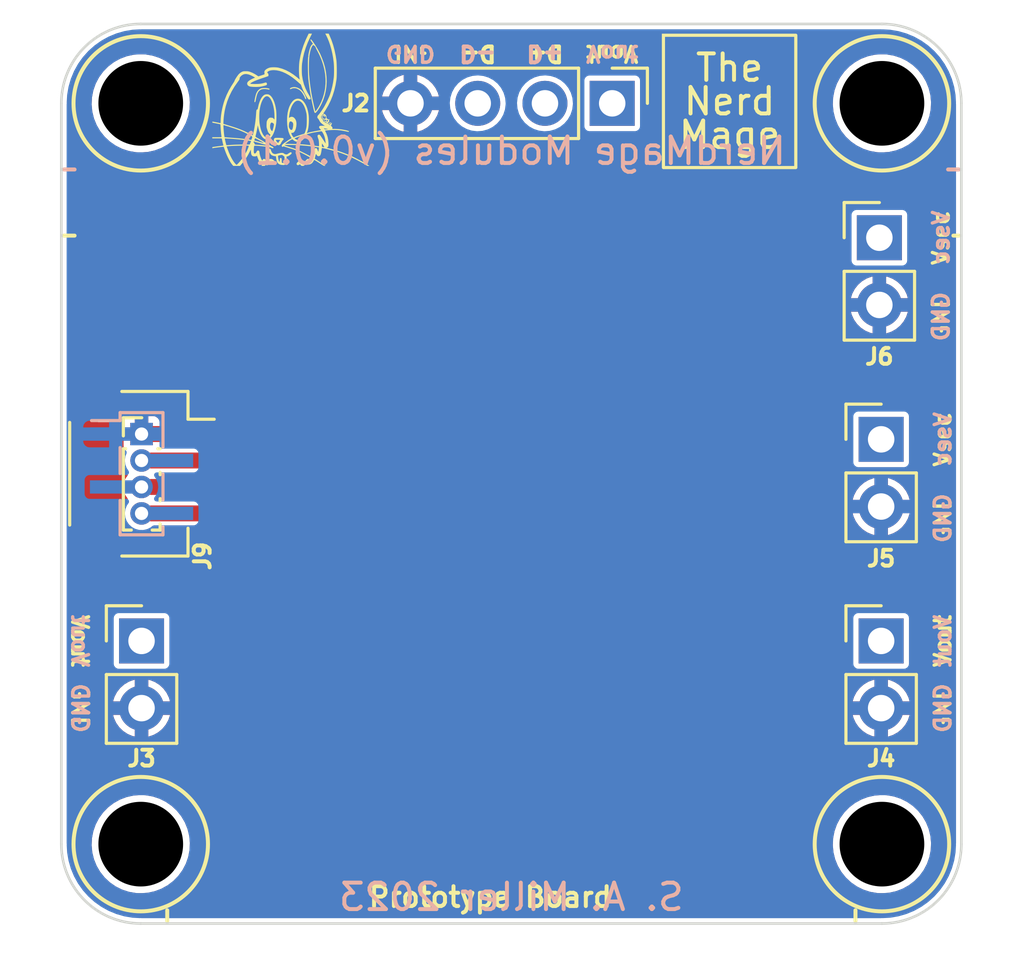
<source format=kicad_pcb>
(kicad_pcb (version 20211014) (generator pcbnew)
  (title_block (title "Prototype Board") (rev "0.0.1") (company "The Nerd Mage"))
  (layers (0 "F.Cu" signal) (31 "B.Cu" signal) (34 "B.Paste" user) (35 "F.Paste" user) (36 "B.SilkS" user "B.Silkscreen") (37 "F.SilkS" user "F.Silkscreen") (38 "B.Mask" user) (39 "F.Mask" user) (44 "Edge.Cuts" user))
  (net 0 "")
  (net 1 "UD+")
  (net 2 "UD-")
  (net 3 "GND")
  (net 4 "Vout")
  (net 9 "SDA")
  (net 10 "SCL")
  (net 11 "Vcc?")
  (footprint "Tinker:Mount" (layer "F.Cu") (at 114 101)
    (fp_text reference "REF**" hide)
    (fp_text value "Mount" hide)
    (pad "" np_thru_hole circle (at 0 0) (size 3.2 3.2) (drill 3.2) (layers *.Mask))
  )
  (footprint "Tinker:QWIIC_Stackable" (layer "F.Cu") (at 86.03 87 -90)
    (fp_text reference "J9" (at 3.11 -2.302553 90) (layer "F.SilkS") (effects (font (size 0.6 0.6))))
    (fp_text value "QWIIC_Stackable" hide)
    (pad "1" smd rect (at -1.5 0.975) (size 1.95 0.5) (layers "B.Cu" "B.Paste" "B.Mask") (net 3 "GND"))
    (pad "1" smd roundrect (at -1.5 -1.47 270) (size 0.6 2.55) (layers "F.Cu" "F.Paste" "F.Mask") (net 3 "GND"))
    (pad "1" thru_hole rect (at -1.5 0) (size 0.85 0.85) (drill 0.5) (layers *.Cu *.Mask) (net 3 "GND"))
    (pad "2" thru_hole oval (at -0.5 0) (size 0.85 0.85) (drill 0.5) (layers *.Cu *.Mask) (net 11 "Vcc?"))
    (pad "2" smd rect (at -0.5 -0.975) (size 1.95 0.5) (layers "B.Cu" "B.Paste" "B.Mask") (net 11 "Vcc?"))
    (pad "2" smd roundrect (at -0.5 -1.47 270) (size 0.6 2.55) (layers "F.Cu" "F.Paste" "F.Mask") (net 11 "Vcc?"))
    (pad "3" thru_hole oval (at 0.5 0) (size 0.85 0.85) (drill 0.5) (layers *.Cu *.Mask) (net 9 "SDA"))
    (pad "3" smd roundrect (at 0.5 -1.47 270) (size 0.6 2.55) (layers "F.Cu" "F.Paste" "F.Mask") (net 9 "SDA"))
    (pad "3" smd rect (at 0.5 0.975) (size 1.95 0.5) (layers "B.Cu" "B.Paste" "B.Mask") (net 9 "SDA"))
    (pad "4" smd roundrect (at 1.5 -1.47 270) (size 0.6 2.55) (layers "F.Cu" "F.Paste" "F.Mask") (net 10 "SCL"))
    (pad "4" smd rect (at 1.5 -0.975) (size 1.95 0.5) (layers "B.Cu" "B.Paste" "B.Mask") (net 10 "SCL"))
    (pad "4" thru_hole oval (at 1.5 0) (size 0.85 0.85) (drill 0.5) (layers *.Cu *.Mask) (net 10 "SCL"))
    (pad "MP" smd roundrect (at -2.8 1.905 270) (size 1.2 1.8) (layers "F.Cu" "F.Paste" "F.Mask") (roundrect_rratio 0.208333) (net 3 "GND"))
    (pad "MP" smd roundrect (at 2.8 1.905 270) (size 1.2 1.8) (layers "F.Cu" "F.Paste" "F.Mask") (roundrect_rratio 0.208333) (net 3 "GND"))
  )
  (footprint "Tinker:Mount" (layer "F.Cu") (at 86 101)
    (fp_text reference "REF**" hide)
    (fp_text value "Mount" hide)
    (pad "" np_thru_hole circle (at 0 0) (size 3.2 3.2) (drill 3.2) (layers *.Mask))
  )
  (footprint "Tinker:DagNabbit" (layer "F.Cu") (at 91.4 73.5)
    (fp_text reference "REF**" hide)
    (fp_text value "DagNabbit" hide)
  )
  (footprint "Tinker:PinHeader_1x02_P2.54mm_Vertical" (layer "F.Cu") (at 113.97 93.32)
    (fp_text reference "J4" (at 0 4.44169) (layer "F.SilkS") (effects (font (size 0.6 0.6))))
    (fp_text value "Conn_01x02_Male" hide)
    (pad "1" thru_hole rect (at 0 0) (size 1.7 1.7) (drill 1) (layers *.Cu *.Mask))
    (pad "2" thru_hole oval (at 0 2.54) (size 1.7 1.7) (drill 1) (layers *.Cu *.Mask) (net 3 "GND"))
  )
  (footprint "Tinker:Mount" (layer "F.Cu") (at 114 73)
    (fp_text reference "REF**" hide)
    (fp_text value "Mount" hide)
    (pad "" np_thru_hole circle (at 0 0) (size 3.2 3.2) (drill 3.2) (layers *.Mask))
  )
  (footprint "Tinker:NerdMage" (layer "F.Cu") (at 108.245525 72.927201)
    (fp_text reference "REF**" hide)
    (fp_text value "NerdMage" hide)
    (fp_text user "Nerd" (at 0 0 unlocked) (layer "F.SilkS"))
    (fp_text user "Mage" (at 0 1.27 unlocked) (layer "F.SilkS"))
    (fp_text user "The" (at 0 -1.27 unlocked) (layer "F.SilkS"))
  )
  (footprint "Tinker:PinHeader_1x02_P2.54mm_Vertical" (layer "F.Cu") (at 86.03 93.32)
    (fp_text reference "J3" (at 0 4.44169) (layer "F.SilkS") (effects (font (size 0.6 0.6))))
    (fp_text value "Conn_01x02_Male" hide)
    (pad "1" thru_hole rect (at 0 0) (size 1.7 1.7) (drill 1) (layers *.Cu *.Mask))
    (pad "2" thru_hole oval (at 0 2.54) (size 1.7 1.7) (drill 1) (layers *.Cu *.Mask) (net 3 "GND"))
  )
  (footprint "Tinker:PinHeader_1x02_P2.54mm_Vertical" (layer "F.Cu") (at 113.902854 78.08)
    (fp_text reference "J6" (at 0 4.495315) (layer "F.SilkS") (effects (font (size 0.6 0.6))))
    (fp_text value "Conn_01x02_Male" hide)
    (pad "1" thru_hole rect (at 0 0) (size 1.7 1.7) (drill 1) (layers *.Cu *.Mask))
    (pad "2" thru_hole oval (at 0 2.54) (size 1.7 1.7) (drill 1) (layers *.Cu *.Mask) (net 3 "GND"))
  )
  (footprint "Tinker:PinHeader_1x02_P2.54mm_Vertical" (layer "F.Cu") (at 113.97 85.7)
    (fp_text reference "J5" (at 0 4.504702) (layer "F.SilkS") (effects (font (size 0.6 0.6))))
    (fp_text value "Conn_01x02_Male" hide)
    (pad "1" thru_hole rect (at 0 0) (size 1.7 1.7) (drill 1) (layers *.Cu *.Mask))
    (pad "2" thru_hole oval (at 0 2.54) (size 1.7 1.7) (drill 1) (layers *.Cu *.Mask) (net 3 "GND"))
  )
  (footprint "Tinker:Mount" (layer "F.Cu") (at 86 73)
    (fp_text reference "REF**" hide)
    (fp_text value "Mount" hide)
    (pad "" np_thru_hole circle (at 0 0) (size 3.2 3.2) (drill 3.2) (layers *.Mask))
  )
  (footprint "Tinker:PinHeader_1x04_P2.54mm_Vertical" (layer "F.Cu") (at 103.81 73 -90)
    (fp_text reference "J2" (at 0 9.68773) (layer "F.SilkS") (effects (font (size 0.6 0.6))))
    (fp_text value "Conn_01x04_Male" hide)
    (pad "1" thru_hole rect (at 0 0 270) (size 1.7 1.7) (drill 1) (layers *.Cu *.Mask) (net 4 "Vout"))
    (pad "2" thru_hole oval (at 0 2.54 270) (size 1.7 1.7) (drill 1) (layers *.Cu *.Mask) (net 1 "UD+"))
    (pad "3" thru_hole oval (at 0 5.08 270) (size 1.7 1.7) (drill 1) (layers *.Cu *.Mask) (net 2 "UD-"))
    (pad "4" thru_hole oval (at 0 7.62 270) (size 1.7 1.7) (drill 1) (layers *.Cu *.Mask) (net 3 "GND"))
  )
  (gr_line (start 83.1 75.5) (end 83.5 75.5) (layer "B.SilkS") (width 0.15))
  (gr_line (start 116.5 75.5) (end 116.9 75.5) (layer "B.SilkS") (width 0.15))
  (gr_line (start 113 103.9) (end 113 103.5) (layer "F.SilkS") (width 0.15))
  (gr_line (start 83.1 78) (end 83.5 78) (layer "F.SilkS") (width 0.15))
  (gr_line (start 116.7 78) (end 116.9 78) (layer "F.SilkS") (width 0.15))
  (gr_line (start 87 103.9) (end 87 103.5) (layer "F.SilkS") (width 0.15))
  (gr_line (start 117 73) (end 117 101) (layer "Edge.Cuts") (width 0.1))
  (gr_arc (start 86 104) (mid 83.87868 103.12132) (end 83 101) (layer "Edge.Cuts") (width 0.1))
  (gr_arc (start 83 73) (mid 83.87868 70.87868) (end 86 70) (layer "Edge.Cuts") (width 0.1))
  (gr_line (start 86 70) (end 114 70) (layer "Edge.Cuts") (width 0.1))
  (gr_line (start 83 101) (end 83 73) (layer "Edge.Cuts") (width 0.1))
  (gr_arc (start 114 70) (mid 116.12132 70.87868) (end 117 73) (layer "Edge.Cuts") (width 0.1))
  (gr_line (start 86 104) (end 114 104) (layer "Edge.Cuts") (width 0.1))
  (gr_arc (start 117 101) (mid 116.12132 103.12132) (end 114 104) (layer "Edge.Cuts") (width 0.1))
  (gr_text "NerdMage Modules (v0.0.1)" (at 100 74.8) (layer "B.SilkS") (effects (font (size 1 1)) (justify mirror)))
  (gr_text "D+" (at 101.27 71.12 180) (layer "B.SilkS") (effects (font (size 0.6 0.6)) (justify mirror)))
  (gr_text "GND" (at 116.3 88.68 90) (layer "B.SilkS") (effects (font (size 0.6 0.6) (thickness 0.125)) (justify mirror)))
  (gr_text "GND" (at 83.7 95.86 270) (layer "B.SilkS") (effects (font (size 0.6 0.6) (thickness 0.125)) (justify mirror)))
  (gr_text "Vout" (at 116.3 93.32 90) (layer "B.SilkS") (effects (font (size 0.6 0.6) (thickness 0.125)) (justify mirror)))
  (gr_text "GND" (at 116.232854 81.06 90) (layer "B.SilkS") (effects (font (size 0.6 0.6) (thickness 0.125)) (justify mirror)))
  (gr_text "D-" (at 98.73 71.12 180) (layer "B.SilkS") (effects (font (size 0.6 0.6)) (justify mirror)))
  (gr_text "Vout" (at 103.81 71.12 180) (layer "B.SilkS") (effects (font (size 0.6 0.6) (thickness 0.125)) (justify mirror)))
  (gr_text "Vsec" (at 116.3 85.7 90) (layer "B.SilkS") (effects (font (size 0.6 0.6) (thickness 0.125)) (justify mirror)))
  (gr_text "Vsec" (at 116.232854 78.08 90) (layer "B.SilkS") (effects (font (size 0.6 0.6) (thickness 0.125)) (justify mirror)))
  (gr_text "GND" (at 116.3 95.86 90) (layer "B.SilkS") (effects (font (size 0.6 0.6) (thickness 0.125)) (justify mirror)))
  (gr_text "S. A. Miller 2023" (at 100 103) (layer "B.SilkS") (effects (font (size 1 1)) (justify mirror)))
  (gr_text "Vout" (at 83.7 93.32 270) (layer "B.SilkS") (effects (font (size 0.6 0.6) (thickness 0.125)) (justify mirror)))
  (gr_text "GND" (at 96.19 71.12 180) (layer "B.SilkS") (effects (font (size 0.6 0.6) (thickness 0.125)) (justify mirror)))
  (gr_text "Vout" (at 116.3 93.32 90) (layer "F.SilkS") (effects (font (size 0.6 0.6) (thickness 0.125))))
  (gr_text "GND" (at 116.232854 81.06 90) (layer "F.SilkS") (effects (font (size 0.6 0.6) (thickness 0.125))))
  (gr_text "D-" (at 98.73 71.12 180) (layer "F.SilkS") (effects (font (size 0.6 0.6))))
  (gr_text "D+" (at 101.27 71.12 180) (layer "F.SilkS") (effects (font (size 0.6 0.6))))
  (gr_text "GND" (at 116.3 88.68 90) (layer "F.SilkS") (effects (font (size 0.6 0.6) (thickness 0.125))))
  (gr_text "GND" (at 96.19 71.12 180) (layer "F.SilkS") (effects (font (size 0.6 0.6) (thickness 0.125))))
  (gr_text "GND" (at 116.3 95.86 90) (layer "F.SilkS") (effects (font (size 0.6 0.6) (thickness 0.125))))
  (gr_text "GND" (at 83.7 95.86 270) (layer "F.SilkS") (effects (font (size 0.6 0.6) (thickness 0.125))))
  (gr_text "Prototype Board" (at 99.20714 103) (layer "F.SilkS") (effects (font (size 0.75 0.75))))
  (gr_text "Vout" (at 103.81 71.12 180) (layer "F.SilkS") (effects (font (size 0.6 0.6) (thickness 0.125))))
  (gr_text "Vsec" (at 116.3 85.7 90) (layer "F.SilkS") (effects (font (size 0.6 0.6) (thickness 0.125))))
  (gr_text "Vout" (at 83.7 93.32 270) (layer "F.SilkS") (effects (font (size 0.6 0.6) (thickness 0.125))))
  (gr_text "Vsec" (at 116.232854 78.08 90) (layer "F.SilkS") (effects (font (size 0.6 0.6) (thickness 0.125))))
  (zone (net 3) (net_name "GND") (layer "F.Cu") (connect_pads (clearance 0.254)) (min_thickness 0.254) (fill yes (thermal_gap 0.254) (thermal_bridge_width 0.508))
    (polygon (pts (xy 118.582229 104.809465) (xy 81.651499 104.809467) (xy 81.651498 69.584881) (xy 118.582228 69.584879)))
  )
  (zone (net 3) (net_name "GND") (layer "B.Cu") (connect_pads (clearance 0.2)) (min_thickness 0.2) (fill yes (thermal_gap 0.254) (thermal_bridge_width 0.508))
    (polygon (pts (xy 119.380001 105.507005) (xy 80.682697 105.507005) (xy 80.682697 69.09421) (xy 119.380001 69.09421)))
  )
)
</source>
